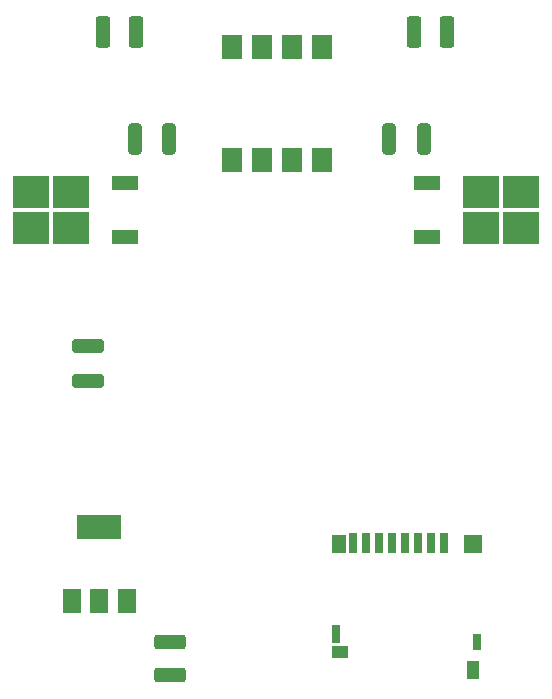
<source format=gbr>
%TF.GenerationSoftware,KiCad,Pcbnew,(6.0.1)*%
%TF.CreationDate,2022-07-09T15:16:54+02:00*%
%TF.ProjectId,NANOFC,4e414e4f-4643-42e6-9b69-6361645f7063,rev?*%
%TF.SameCoordinates,Original*%
%TF.FileFunction,Paste,Bot*%
%TF.FilePolarity,Positive*%
%FSLAX46Y46*%
G04 Gerber Fmt 4.6, Leading zero omitted, Abs format (unit mm)*
G04 Created by KiCad (PCBNEW (6.0.1)) date 2022-07-09 15:16:54*
%MOMM*%
%LPD*%
G01*
G04 APERTURE LIST*
G04 Aperture macros list*
%AMRoundRect*
0 Rectangle with rounded corners*
0 $1 Rounding radius*
0 $2 $3 $4 $5 $6 $7 $8 $9 X,Y pos of 4 corners*
0 Add a 4 corners polygon primitive as box body*
4,1,4,$2,$3,$4,$5,$6,$7,$8,$9,$2,$3,0*
0 Add four circle primitives for the rounded corners*
1,1,$1+$1,$2,$3*
1,1,$1+$1,$4,$5*
1,1,$1+$1,$6,$7*
1,1,$1+$1,$8,$9*
0 Add four rect primitives between the rounded corners*
20,1,$1+$1,$2,$3,$4,$5,0*
20,1,$1+$1,$4,$5,$6,$7,0*
20,1,$1+$1,$6,$7,$8,$9,0*
20,1,$1+$1,$8,$9,$2,$3,0*%
G04 Aperture macros list end*
%ADD10R,0.700000X1.750000*%
%ADD11R,1.450000X1.000000*%
%ADD12R,1.000000X1.550000*%
%ADD13R,1.500000X1.500000*%
%ADD14R,0.800000X1.500000*%
%ADD15R,0.800000X1.400000*%
%ADD16R,1.300000X1.500000*%
%ADD17R,3.050000X2.750000*%
%ADD18R,2.200000X1.200000*%
%ADD19RoundRect,0.250000X0.312500X1.075000X-0.312500X1.075000X-0.312500X-1.075000X0.312500X-1.075000X0*%
%ADD20RoundRect,0.250000X1.100000X-0.325000X1.100000X0.325000X-1.100000X0.325000X-1.100000X-0.325000X0*%
%ADD21R,1.500000X2.000000*%
%ADD22R,3.800000X2.000000*%
%ADD23RoundRect,0.250000X-1.075000X0.375000X-1.075000X-0.375000X1.075000X-0.375000X1.075000X0.375000X0*%
%ADD24R,1.780000X2.000000*%
%ADD25RoundRect,0.250000X0.375000X1.075000X-0.375000X1.075000X-0.375000X-1.075000X0.375000X-1.075000X0*%
G04 APERTURE END LIST*
D10*
%TO.C,J11*%
X189195000Y-106200000D03*
X188095000Y-106200000D03*
X186995000Y-106200000D03*
X185895000Y-106200000D03*
X184795000Y-106200000D03*
X183695000Y-106200000D03*
X182595000Y-106200000D03*
X181495000Y-106200000D03*
D11*
X180370000Y-115425000D03*
D12*
X191595000Y-117000000D03*
D13*
X191645000Y-106325000D03*
D14*
X180045000Y-113925000D03*
D15*
X191995000Y-114575000D03*
D16*
X180295000Y-106325000D03*
%TD*%
D17*
%TO.C,Q1*%
X192325000Y-79525000D03*
X192325000Y-76475000D03*
X195675000Y-79525000D03*
X195675000Y-76475000D03*
D18*
X187700000Y-80280000D03*
X187700000Y-75720000D03*
%TD*%
D19*
%TO.C,R1*%
X187462500Y-72000000D03*
X184537500Y-72000000D03*
%TD*%
D20*
%TO.C,C1*%
X159000000Y-92475000D03*
X159000000Y-89525000D03*
%TD*%
D17*
%TO.C,Q2*%
X157575000Y-79525000D03*
X154225000Y-79525000D03*
X154225000Y-76475000D03*
X157575000Y-76475000D03*
D18*
X162200000Y-75720000D03*
X162200000Y-80280000D03*
%TD*%
D21*
%TO.C,U1*%
X162300000Y-111150000D03*
D22*
X160000000Y-104850000D03*
D21*
X160000000Y-111150000D03*
X157700000Y-111150000D03*
%TD*%
D23*
%TO.C,D1*%
X166000000Y-114600000D03*
X166000000Y-117400000D03*
%TD*%
D24*
%TO.C,U2*%
X178810000Y-73765000D03*
X176270000Y-73765000D03*
X173730000Y-73765000D03*
X171190000Y-73765000D03*
X171190000Y-64235000D03*
X173730000Y-64235000D03*
X176270000Y-64235000D03*
X178810000Y-64235000D03*
%TD*%
D19*
%TO.C,R2*%
X165925000Y-72000000D03*
X163000000Y-72000000D03*
%TD*%
D25*
%TO.C,D3*%
X163100000Y-63000000D03*
X160300000Y-63000000D03*
%TD*%
%TO.C,D2*%
X189400000Y-63000000D03*
X186600000Y-63000000D03*
%TD*%
M02*

</source>
